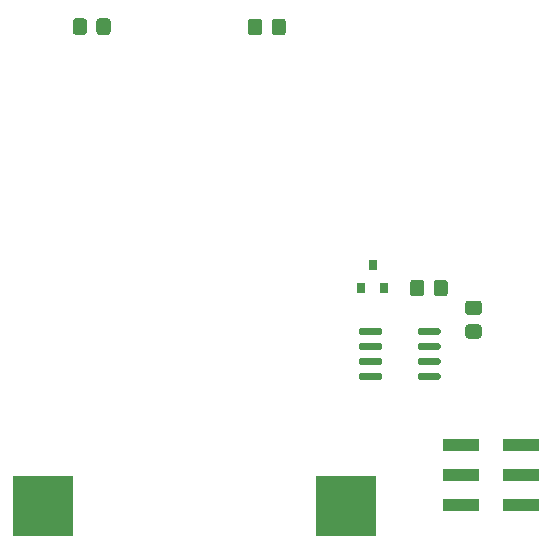
<source format=gbr>
%TF.GenerationSoftware,KiCad,Pcbnew,(5.1.7-0-10_14)*%
%TF.CreationDate,2020-10-21T09:07:25+08:00*%
%TF.ProjectId,HallowBadges,48616c6c-6f77-4426-9164-6765732e6b69,rev?*%
%TF.SameCoordinates,Original*%
%TF.FileFunction,Paste,Bot*%
%TF.FilePolarity,Positive*%
%FSLAX46Y46*%
G04 Gerber Fmt 4.6, Leading zero omitted, Abs format (unit mm)*
G04 Created by KiCad (PCBNEW (5.1.7-0-10_14)) date 2020-10-21 09:07:25*
%MOMM*%
%LPD*%
G01*
G04 APERTURE LIST*
%ADD10R,5.100000X5.100000*%
%ADD11R,3.150000X1.000000*%
%ADD12R,0.800000X0.900000*%
G04 APERTURE END LIST*
D10*
%TO.C,BT1*%
X121314540Y-110726220D03*
X146914540Y-110726220D03*
%TD*%
D11*
%TO.C,J1*%
X161762680Y-105595420D03*
X156712680Y-105595420D03*
X161762680Y-108135420D03*
X156712680Y-108135420D03*
X161762680Y-110675420D03*
X156712680Y-110675420D03*
%TD*%
D12*
%TO.C,Q1*%
X149199600Y-90313000D03*
X148249600Y-92313000D03*
X150149600Y-92313000D03*
%TD*%
%TO.C,R1*%
G36*
G01*
X140641020Y-70635281D02*
X140641020Y-69735279D01*
G75*
G02*
X140891019Y-69485280I249999J0D01*
G01*
X141591021Y-69485280D01*
G75*
G02*
X141841020Y-69735279I0J-249999D01*
G01*
X141841020Y-70635281D01*
G75*
G02*
X141591021Y-70885280I-249999J0D01*
G01*
X140891019Y-70885280D01*
G75*
G02*
X140641020Y-70635281I0J249999D01*
G01*
G37*
G36*
G01*
X138641020Y-70635281D02*
X138641020Y-69735279D01*
G75*
G02*
X138891019Y-69485280I249999J0D01*
G01*
X139591021Y-69485280D01*
G75*
G02*
X139841020Y-69735279I0J-249999D01*
G01*
X139841020Y-70635281D01*
G75*
G02*
X139591021Y-70885280I-249999J0D01*
G01*
X138891019Y-70885280D01*
G75*
G02*
X138641020Y-70635281I0J249999D01*
G01*
G37*
%TD*%
%TO.C,R2*%
G36*
G01*
X123812500Y-70607341D02*
X123812500Y-69707339D01*
G75*
G02*
X124062499Y-69457340I249999J0D01*
G01*
X124762501Y-69457340D01*
G75*
G02*
X125012500Y-69707339I0J-249999D01*
G01*
X125012500Y-70607341D01*
G75*
G02*
X124762501Y-70857340I-249999J0D01*
G01*
X124062499Y-70857340D01*
G75*
G02*
X123812500Y-70607341I0J249999D01*
G01*
G37*
G36*
G01*
X125812500Y-70607341D02*
X125812500Y-69707339D01*
G75*
G02*
X126062499Y-69457340I249999J0D01*
G01*
X126762501Y-69457340D01*
G75*
G02*
X127012500Y-69707339I0J-249999D01*
G01*
X127012500Y-70607341D01*
G75*
G02*
X126762501Y-70857340I-249999J0D01*
G01*
X126062499Y-70857340D01*
G75*
G02*
X125812500Y-70607341I0J249999D01*
G01*
G37*
%TD*%
%TO.C,R3*%
G36*
G01*
X157291619Y-95365520D02*
X158191621Y-95365520D01*
G75*
G02*
X158441620Y-95615519I0J-249999D01*
G01*
X158441620Y-96315521D01*
G75*
G02*
X158191621Y-96565520I-249999J0D01*
G01*
X157291619Y-96565520D01*
G75*
G02*
X157041620Y-96315521I0J249999D01*
G01*
X157041620Y-95615519D01*
G75*
G02*
X157291619Y-95365520I249999J0D01*
G01*
G37*
G36*
G01*
X157291619Y-93365520D02*
X158191621Y-93365520D01*
G75*
G02*
X158441620Y-93615519I0J-249999D01*
G01*
X158441620Y-94315521D01*
G75*
G02*
X158191621Y-94565520I-249999J0D01*
G01*
X157291619Y-94565520D01*
G75*
G02*
X157041620Y-94315521I0J249999D01*
G01*
X157041620Y-93615519D01*
G75*
G02*
X157291619Y-93365520I249999J0D01*
G01*
G37*
%TD*%
%TO.C,R4*%
G36*
G01*
X152367180Y-92745981D02*
X152367180Y-91845979D01*
G75*
G02*
X152617179Y-91595980I249999J0D01*
G01*
X153317181Y-91595980D01*
G75*
G02*
X153567180Y-91845979I0J-249999D01*
G01*
X153567180Y-92745981D01*
G75*
G02*
X153317181Y-92995980I-249999J0D01*
G01*
X152617179Y-92995980D01*
G75*
G02*
X152367180Y-92745981I0J249999D01*
G01*
G37*
G36*
G01*
X154367180Y-92745981D02*
X154367180Y-91845979D01*
G75*
G02*
X154617179Y-91595980I249999J0D01*
G01*
X155317181Y-91595980D01*
G75*
G02*
X155567180Y-91845979I0J-249999D01*
G01*
X155567180Y-92745981D01*
G75*
G02*
X155317181Y-92995980I-249999J0D01*
G01*
X154617179Y-92995980D01*
G75*
G02*
X154367180Y-92745981I0J249999D01*
G01*
G37*
%TD*%
%TO.C,U1*%
G36*
G01*
X153005920Y-99921200D02*
X153005920Y-99621200D01*
G75*
G02*
X153155920Y-99471200I150000J0D01*
G01*
X154805920Y-99471200D01*
G75*
G02*
X154955920Y-99621200I0J-150000D01*
G01*
X154955920Y-99921200D01*
G75*
G02*
X154805920Y-100071200I-150000J0D01*
G01*
X153155920Y-100071200D01*
G75*
G02*
X153005920Y-99921200I0J150000D01*
G01*
G37*
G36*
G01*
X153005920Y-98651200D02*
X153005920Y-98351200D01*
G75*
G02*
X153155920Y-98201200I150000J0D01*
G01*
X154805920Y-98201200D01*
G75*
G02*
X154955920Y-98351200I0J-150000D01*
G01*
X154955920Y-98651200D01*
G75*
G02*
X154805920Y-98801200I-150000J0D01*
G01*
X153155920Y-98801200D01*
G75*
G02*
X153005920Y-98651200I0J150000D01*
G01*
G37*
G36*
G01*
X153005920Y-97381200D02*
X153005920Y-97081200D01*
G75*
G02*
X153155920Y-96931200I150000J0D01*
G01*
X154805920Y-96931200D01*
G75*
G02*
X154955920Y-97081200I0J-150000D01*
G01*
X154955920Y-97381200D01*
G75*
G02*
X154805920Y-97531200I-150000J0D01*
G01*
X153155920Y-97531200D01*
G75*
G02*
X153005920Y-97381200I0J150000D01*
G01*
G37*
G36*
G01*
X153005920Y-96111200D02*
X153005920Y-95811200D01*
G75*
G02*
X153155920Y-95661200I150000J0D01*
G01*
X154805920Y-95661200D01*
G75*
G02*
X154955920Y-95811200I0J-150000D01*
G01*
X154955920Y-96111200D01*
G75*
G02*
X154805920Y-96261200I-150000J0D01*
G01*
X153155920Y-96261200D01*
G75*
G02*
X153005920Y-96111200I0J150000D01*
G01*
G37*
G36*
G01*
X148055920Y-96111200D02*
X148055920Y-95811200D01*
G75*
G02*
X148205920Y-95661200I150000J0D01*
G01*
X149855920Y-95661200D01*
G75*
G02*
X150005920Y-95811200I0J-150000D01*
G01*
X150005920Y-96111200D01*
G75*
G02*
X149855920Y-96261200I-150000J0D01*
G01*
X148205920Y-96261200D01*
G75*
G02*
X148055920Y-96111200I0J150000D01*
G01*
G37*
G36*
G01*
X148055920Y-97381200D02*
X148055920Y-97081200D01*
G75*
G02*
X148205920Y-96931200I150000J0D01*
G01*
X149855920Y-96931200D01*
G75*
G02*
X150005920Y-97081200I0J-150000D01*
G01*
X150005920Y-97381200D01*
G75*
G02*
X149855920Y-97531200I-150000J0D01*
G01*
X148205920Y-97531200D01*
G75*
G02*
X148055920Y-97381200I0J150000D01*
G01*
G37*
G36*
G01*
X148055920Y-98651200D02*
X148055920Y-98351200D01*
G75*
G02*
X148205920Y-98201200I150000J0D01*
G01*
X149855920Y-98201200D01*
G75*
G02*
X150005920Y-98351200I0J-150000D01*
G01*
X150005920Y-98651200D01*
G75*
G02*
X149855920Y-98801200I-150000J0D01*
G01*
X148205920Y-98801200D01*
G75*
G02*
X148055920Y-98651200I0J150000D01*
G01*
G37*
G36*
G01*
X148055920Y-99921200D02*
X148055920Y-99621200D01*
G75*
G02*
X148205920Y-99471200I150000J0D01*
G01*
X149855920Y-99471200D01*
G75*
G02*
X150005920Y-99621200I0J-150000D01*
G01*
X150005920Y-99921200D01*
G75*
G02*
X149855920Y-100071200I-150000J0D01*
G01*
X148205920Y-100071200D01*
G75*
G02*
X148055920Y-99921200I0J150000D01*
G01*
G37*
%TD*%
M02*

</source>
